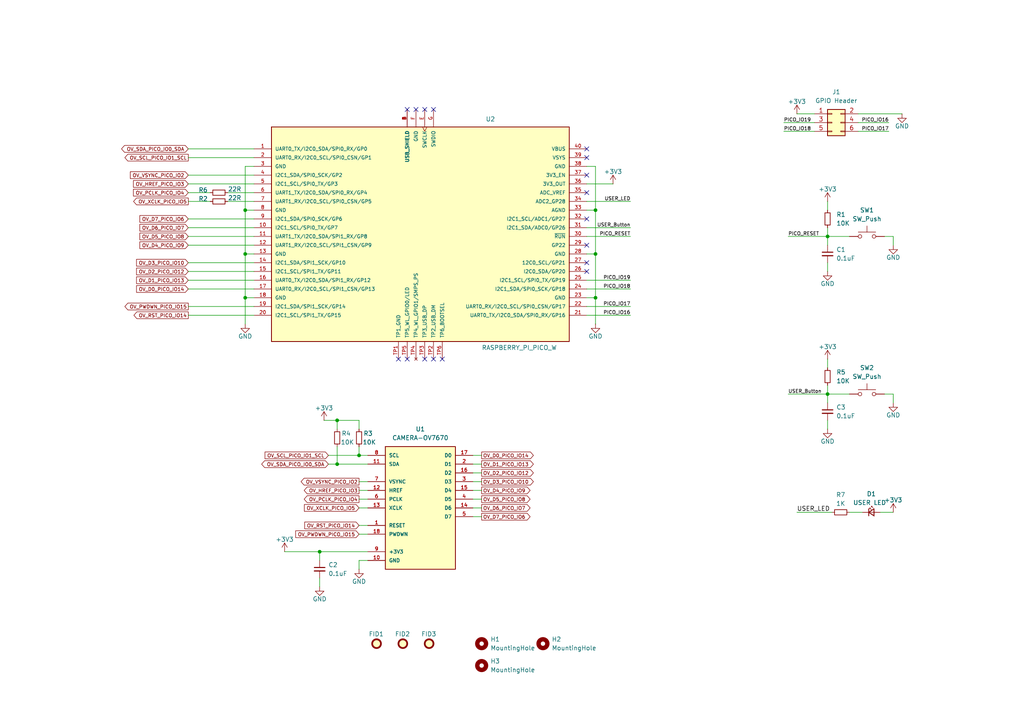
<source format=kicad_sch>
(kicad_sch (version 20231120) (generator "eeschema") (generator_version "8.0")
  (paper "A4")
  (title_block (title "PICO OV7670 Adapter") (date "2025-01-05") (rev "Ver 1.0") (company "Electronut Labs") (comment 1 "Designed by Mahesh Venkitachalam") (comment 2 "Drawn by Sivaprakash"))
  (lib_symbols
    (symbol "Connector_Generic:Conn_02x03_Odd_Even" (pin_names (offset 1.016) hide)
      (property "Reference" "J" (at 1.27 5.08 0))
      (property "Value" "Conn_02x03_Odd_Even" (at 1.27 -5.08 0))
      (symbol "Conn_02x03_Odd_Even_1_1"
        (rectangle (start -1.27 -2.413) (end 0 -2.667) (stroke (width 0.1524)))
        (rectangle (start -1.27 0.127) (end 0 -0.127) (stroke (width 0.1524)))
        (rectangle (start -1.27 2.667) (end 0 2.413) (stroke (width 0.1524)))
        (rectangle (start -1.27 3.81) (end 3.81 -3.81) (stroke (width 0.254)) (fill (type background)))
        (rectangle (start 3.81 -2.413) (end 2.54 -2.667) (stroke (width 0.1524)))
        (rectangle (start 3.81 0.127) (end 2.54 -0.127) (stroke (width 0.1524)))
        (rectangle (start 3.81 2.667) (end 2.54 2.413) (stroke (width 0.1524)))
        (pin passive line (at -5.08 2.54 0) (length 3.81) (name "Pin_1") (number "1"))
        (pin passive line (at 7.62 2.54 180) (length 3.81) (name "Pin_2") (number "2"))
        (pin passive line (at -5.08 0 0) (length 3.81) (name "Pin_3") (number "3"))
        (pin passive line (at 7.62 0 180) (length 3.81) (name "Pin_4") (number "4"))
        (pin passive line (at -5.08 -2.54 0) (length 3.81) (name "Pin_5") (number "5"))
        (pin passive line (at 7.62 -2.54 180) (length 3.81) (name "Pin_6") (number "6"))
      )
    )
    (symbol "Device:C_Small" (pin_numbers hide) (pin_names (offset 0.254) hide)
      (property "Reference" "C" (at 0.254 1.778 0))
      (property "Value" "C_Small" (at 0.254 -2.032 0))
      (symbol "C_Small_0_1"
        (polyline (pts (xy -1.524 -0.508) (xy 1.524 -0.508)) (stroke (width 0.3302)))
        (polyline (pts (xy -1.524 0.508) (xy 1.524 0.508)) (stroke (width 0.3048)))
      )
      (symbol "C_Small_1_1"
        (pin passive line (at 0 2.54 270) (length 2.032) (name "~") (number "1"))
        (pin passive line (at 0 -2.54 90) (length 2.032) (name "~") (number "2"))
      )
    )
    (symbol "Device:LED_Small" (pin_numbers hide) (pin_names (offset 0.254) hide)
      (property "Reference" "D" (at -1.27 3.175 0))
      (property "Value" "LED_Small" (at -4.445 -2.54 0))
      (symbol "LED_Small_0_1"
        (polyline (pts (xy -0.762 -1.016) (xy -0.762 1.016)) (stroke (width 0.254)))
        (polyline (pts (xy 1.016 0) (xy -0.762 0)))
        (polyline (pts (xy 0.762 -1.016) (xy -0.762 0) (xy 0.762 1.016) (xy 0.762 -1.016)) (stroke (width 0.254)))
        (polyline (pts (xy 0 0.762) (xy -0.508 1.27) (xy -0.254 1.27) (xy -0.508 1.27) (xy -0.508 1.016)))
        (polyline (pts (xy 0.508 1.27) (xy 0 1.778) (xy 0.254 1.778) (xy 0 1.778) (xy 0 1.524)))
      )
      (symbol "LED_Small_1_1"
        (pin passive line (at -2.54 0 0) (length 1.778) (name "K") (number "1"))
        (pin passive line (at 2.54 0 180) (length 1.778) (name "A") (number "2"))
      )
    )
    (symbol "Device:R_Small" (pin_numbers hide) (pin_names (offset 0.254) hide)
      (property "Reference" "R" (at 0.762 0.508 0))
      (property "Value" "R_Small" (at 0.762 -1.016 0))
      (symbol "R_Small_0_1"
        (rectangle (start -0.762 1.778) (end 0.762 -1.778) (stroke (width 0.2032)))
      )
      (symbol "R_Small_1_1"
        (pin passive line (at 0 2.54 270) (length 0.762) (name "~") (number "1"))
        (pin passive line (at 0 -2.54 90) (length 0.762) (name "~") (number "2"))
      )
    )
    (symbol "Mechanical:Fiducial" (exclude_from_sim yes) (in_bom no)
      (property "Reference" "FID" (at 0 5.08 0))
      (property "Value" "Fiducial" (at 0 3.175 0))
      (symbol "Fiducial_0_1"
        (circle (center 0 0) (radius 1.27) (stroke (width 0.508)) (fill (type background)))
      )
    )
    (symbol "Mechanical:MountingHole" (pin_names (offset 1.016)) (exclude_from_sim yes) (in_bom no)
      (property "Reference" "H" (at 0 5.08 0))
      (property "Value" "MountingHole" (at 0 3.175 0))
      (symbol "MountingHole_0_1"
        (circle (center 0 0) (radius 1.27) (stroke (width 1.27)))
      )
    )
    (symbol "Switch:SW_Push" (pin_numbers hide) (pin_names (offset 1.016) hide)
      (property "Reference" "SW" (at 1.27 2.54 0))
      (property "Value" "SW_Push" (at 0 -1.524 0))
      (symbol "SW_Push_0_1"
        (circle (center -2.032 0) (radius 0.508))
        (polyline (pts (xy 0 1.27) (xy 0 3.048)))
        (polyline (pts (xy 2.54 1.27) (xy -2.54 1.27)))
        (circle (center 2.032 0) (radius 0.508))
        (pin passive line (at -5.08 0 0) (length 2.54) (name "1") (number "1"))
        (pin passive line (at 5.08 0 180) (length 2.54) (name "2") (number "2"))
      )
    )
    (symbol "pico_ov7670_adapter:CAMERA-OV7670" (pin_names (offset 1.016))
      (property "Reference" "U" (at -10.16 18.542 0))
      (property "Value" "CAMERA-OV7670" (at 0 0 0))
      (symbol "CAMERA-OV7670_0_0"
        (rectangle (start -10.16 -17.78) (end 10.16 17.78) (stroke (width 0.254)) (fill (type background)))
      )
      (symbol "CAMERA-OV7670_1_0"
        (pin bidirectional line (at -15.24 -5.08 0) (length 5.08) (name "RESET") (number "1"))
        (pin bidirectional line (at -15.24 -15.24 0) (length 5.08) (name "GND") (number "10"))
        (pin bidirectional line (at -15.24 12.7 0) (length 5.08) (name "SDA") (number "11"))
        (pin bidirectional line (at -15.24 5.08 0) (length 5.08) (name "HREF") (number "12"))
        (pin bidirectional line (at -15.24 0 0) (length 5.08) (name "XCLK") (number "13"))
        (pin bidirectional line (at 15.24 0 180) (length 5.08) (name "D6") (number "14"))
        (pin bidirectional line (at 15.24 5.08 180) (length 5.08) (name "D4") (number "15"))
        (pin bidirectional line (at 15.24 10.16 180) (length 5.08) (name "D2") (number "16"))
        (pin bidirectional line (at 15.24 15.24 180) (length 5.08) (name "D0") (number "17"))
        (pin bidirectional line (at -15.24 -7.62 0) (length 5.08) (name "PWDWN") (number "18"))
        (pin bidirectional line (at 15.24 12.7 180) (length 5.08) (name "D1") (number "2"))
        (pin bidirectional line (at 15.24 7.62 180) (length 5.08) (name "D3") (number "3"))
        (pin bidirectional line (at 15.24 2.54 180) (length 5.08) (name "D5") (number "4"))
        (pin bidirectional line (at 15.24 -2.54 180) (length 5.08) (name "D7") (number "5"))
        (pin bidirectional line (at -15.24 2.54 0) (length 5.08) (name "PCLK") (number "6"))
        (pin bidirectional line (at -15.24 7.62 0) (length 5.08) (name "VSYNC") (number "7"))
        (pin bidirectional line (at -15.24 15.24 0) (length 5.08) (name "SCL") (number "8"))
        (pin bidirectional line (at -15.24 -12.7 0) (length 5.08) (name "+3V3") (number "9"))
      )
    )
    (symbol "pico_ov7670_adapter:RASPBERRY_PI_PICO_W" (pin_names (offset 1.016))
      (property "Reference" "U" (at -43.18 32.639 0))
      (property "Value" "RASPBERRY_PI_PICO_W" (at 14.478 -33.782 0))
      (symbol "RASPBERRY_PI_PICO_W_0_0"
        (rectangle (start -43.18 31.75) (end 43.18 -30.48) (stroke (width 0.254)) (fill (type background)))
        (pin bidirectional line (at -48.26 25.4 0) (length 5.08) (name "UART0_TX/I2C0_SDA/SPI0_RX/GP0") (number "1"))
        (pin bidirectional line (at -48.26 2.54 0) (length 5.08) (name "I2C1_SCL/SPI0_TX/GP7") (number "10"))
        (pin bidirectional line (at -48.26 0 0) (length 5.08) (name "UART1_TX/I2C0_SDA/SPI1_RX/GP8") (number "11"))
        (pin bidirectional line (at -48.26 -2.54 0) (length 5.08) (name "UART1_RX/I2C0_SCL/SPI1_CSN/GP9") (number "12"))
        (pin power_in line (at -48.26 -5.08 0) (length 5.08) (name "GND") (number "13"))
        (pin bidirectional line (at -48.26 -7.62 0) (length 5.08) (name "I2C1_SDA/SPI1_SCK/GP10") (number "14"))
        (pin bidirectional line (at -48.26 -10.16 0) (length 5.08) (name "I2C1_SCL/SPI1_TX/GP11") (number "15"))
        (pin bidirectional line (at -48.26 -12.7 0) (length 5.08) (name "UART0_TX/I2C0_SDA/SPI1_RX/GP12") (number "16"))
        (pin bidirectional line (at -48.26 -15.24 0) (length 5.08) (name "UART0_RX/I2C0_SCL/SPI1_CSN/GP13") (number "17"))
        (pin power_in line (at -48.26 -17.78 0) (length 5.08) (name "GND") (number "18"))
        (pin bidirectional line (at -48.26 -20.32 0) (length 5.08) (name "I2C1_SDA/SPI1_SCK/GP14") (number "19"))
        (pin bidirectional line (at -48.26 22.86 0) (length 5.08) (name "UART0_RX/I2C0_SCL/SPI0_CSN/GP1") (number "2"))
        (pin bidirectional line (at -48.26 -22.86 0) (length 5.08) (name "I2C1_SCL/SPI1_TX/GP15") (number "20"))
        (pin bidirectional line (at 48.26 -22.86 180) (length 5.08) (name "UART0_TX/I2C0_SDA/SPI0_RX/GP16") (number "21"))
        (pin bidirectional line (at 48.26 -20.32 180) (length 5.08) (name "UART0_RX/I2C0_SCL/SPI0_CSN/GP17") (number "22"))
        (pin power_in line (at 48.26 -17.78 180) (length 5.08) (name "GND") (number "23"))
        (pin bidirectional line (at 48.26 -15.24 180) (length 5.08) (name "I2C1_SDA/SPI0_SCK/GP18") (number "24"))
        (pin bidirectional line (at 48.26 -12.7 180) (length 5.08) (name "I2C1_SCL/SPI0_TX/GP19") (number "25"))
        (pin bidirectional line (at 48.26 -10.16 180) (length 5.08) (name "I2C0_SDA/GP20") (number "26"))
        (pin bidirectional line (at 48.26 -7.62 180) (length 5.08) (name "12C0_SCL/GP21") (number "27"))
        (pin power_in line (at 48.26 -5.08 180) (length 5.08) (name "GND") (number "28"))
        (pin bidirectional line (at 48.26 -2.54 180) (length 5.08) (name "GP22") (number "29"))
        (pin power_in line (at -48.26 20.32 0) (length 5.08) (name "GND") (number "3"))
        (pin input line (at 48.26 0 180) (length 5.08) (name "~{RUN}") (number "30"))
        (pin bidirectional line (at 48.26 2.54 180) (length 5.08) (name "I2C1_SDA/ADC0/GP26") (number "31"))
        (pin bidirectional line (at 48.26 5.08 180) (length 5.08) (name "I2C1_SCL/ADC1/GP27") (number "32"))
        (pin power_in line (at 48.26 7.62 180) (length 5.08) (name "AGND") (number "33"))
        (pin bidirectional line (at 48.26 10.16 180) (length 5.08) (name "ADC2_GP28") (number "34"))
        (pin power_in line (at 48.26 12.7 180) (length 5.08) (name "ADC_VREF") (number "35"))
        (pin power_in line (at 48.26 15.24 180) (length 5.08) (name "3V3_OUT") (number "36"))
        (pin input line (at 48.26 17.78 180) (length 5.08) (name "3V3_EN") (number "37"))
        (pin power_in line (at 48.26 20.32 180) (length 5.08) (name "GND") (number "38"))
        (pin power_in line (at 48.26 22.86 180) (length 5.08) (name "VSYS") (number "39"))
        (pin bidirectional line (at -48.26 17.78 0) (length 5.08) (name "I2C1_SDA/SPI0_SCK/GP2") (number "4"))
        (pin power_in line (at 48.26 25.4 180) (length 5.08) (name "VBUS") (number "40"))
        (pin bidirectional line (at -48.26 15.24 0) (length 5.08) (name "I2C1_SCL/SPI0_TX/GP3") (number "5"))
        (pin bidirectional line (at -48.26 12.7 0) (length 5.08) (name "UART1_TX/I2C0_SDA/SPI0_RX/GP4") (number "6"))
        (pin bidirectional line (at -48.26 10.16 0) (length 5.08) (name "UART1_RX/I2C0_SCL/SPI0_CSN/GP5") (number "7"))
        (pin power_in line (at -48.26 7.62 0) (length 5.08) (name "GND") (number "8"))
        (pin bidirectional line (at -48.26 5.08 0) (length 5.08) (name "I2C1_SDA/SPI0_SCK/GP6") (number "9"))
        (pin power_in line (at -3.81 36.83 270) (length 5.08) (name "USB_SHIELD") (number "A"))
        (pin power_in line (at -3.81 36.83 270) (length 5.08) (name "USB_SHIELD") (number "B"))
        (pin power_in line (at -3.81 36.83 270) (length 5.08) (name "USB_SHIELD") (number "C"))
        (pin power_in line (at -3.81 36.83 270) (length 5.08) (name "USB_SHIELD") (number "D"))
        (pin input clock (at 1.27 36.83 270) (length 5.08) (name "SWCLK") (number "E"))
        (pin power_in line (at -1.27 36.83 270) (length 5.08) (name "GND") (number "F"))
        (pin bidirectional line (at 3.81 36.83 270) (length 5.08) (name "SWDIO") (number "G"))
        (pin power_in line (at -6.35 -35.56 90) (length 5.08) (name "TP1_GND") (number "TP1"))
        (pin bidirectional line (at 3.81 -35.56 90) (length 5.08) (name "TP2_USB_DM") (number "TP2"))
        (pin bidirectional line (at 1.27 -35.56 90) (length 5.08) (name "TP3_USB_DP") (number "TP3"))
        (pin no_connect line (at -1.27 -35.56 90) (length 5.08) (name "TP4_WL_GPIO1/SMPS_PS") (number "TP4"))
        (pin bidirectional line (at -3.81 -35.56 90) (length 5.08) (name "TP5_WL_GPIO0/LED") (number "TP5"))
        (pin input line (at 6.35 -35.56 90) (length 5.08) (name "TP6_BOOTSEL") (number "TP6"))
      )
    )
    (symbol "power:+3V3" (power) (pin_numbers hide) (pin_names (offset 0) hide)
      (property "Value" "+3V3" (at 0 3.556 0))
      (symbol "+3V3_0_1"
        (polyline (pts (xy -0.762 1.27) (xy 0 2.54)))
        (polyline (pts (xy 0 0) (xy 0 2.54)))
        (polyline (pts (xy 0 2.54) (xy 0.762 1.27)))
      )
      (symbol "+3V3_1_1"
        (pin power_in line (at 0 0 90) (length 0) (name "~") (number "1"))
      )
    )
    (symbol "power:GND" (power) (pin_numbers hide) (pin_names (offset 0) hide)
      (property "Value" "GND" (at 0 -3.81 0))
      (symbol "GND_0_1"
        (polyline (pts (xy 0 0) (xy 0 -1.27) (xy 1.27 -1.27) (xy 0 -2.54) (xy -1.27 -1.27) (xy 0 -1.27)))
      )
      (symbol "GND_1_1"
        (pin power_in line (at 0 0 270) (length 0) (name "~") (number "1"))
      )
    )
  )
  (junction (at 97.79 121.92))
  (junction (at 71.12 86.36))
  (junction (at 240.03 114.3))
  (junction (at 172.72 60.96))
  (junction (at 172.72 86.36))
  (junction (at 71.12 73.66))
  (junction (at 172.72 73.66))
  (junction (at 71.12 60.96))
  (junction (at 92.71 160.02))
  (junction (at 240.03 68.58))
  (junction (at 97.79 134.62))
  (junction (at 104.14 132.08))
  (no_connect (at 170.18 55.88))
  (no_connect (at 125.73 104.14))
  (no_connect (at 170.18 43.18))
  (no_connect (at 170.18 45.72))
  (no_connect (at 170.18 76.2))
  (no_connect (at 115.57 104.14))
  (no_connect (at 123.19 104.14))
  (no_connect (at 125.73 31.75))
  (no_connect (at 128.27 104.14))
  (no_connect (at 170.18 78.74))
  (no_connect (at 170.18 50.8))
  (no_connect (at 170.18 63.5))
  (no_connect (at 120.65 31.75))
  (no_connect (at 123.19 31.75))
  (no_connect (at 170.18 71.12))
  (no_connect (at 118.11 104.14))
  (no_connect (at 118.11 31.75))
  (wire (pts (xy 137.16 134.62) (xy 139.7 134.62)))
  (wire (pts (xy 248.92 35.56) (xy 257.81 35.56)))
  (wire (pts (xy 170.18 86.36) (xy 172.72 86.36)))
  (wire (pts (xy 240.03 76.2) (xy 240.03 78.74)))
  (wire (pts (xy 104.14 129.54) (xy 104.14 132.08)))
  (wire (pts (xy 248.92 33.02) (xy 261.62 33.02)))
  (wire (pts (xy 95.25 134.62) (xy 97.79 134.62)))
  (wire (pts (xy 170.18 91.44) (xy 182.88 91.44)))
  (wire (pts (xy 71.12 60.96) (xy 73.66 60.96)))
  (wire (pts (xy 248.92 38.1) (xy 257.81 38.1)))
  (wire (pts (xy 92.71 160.02) (xy 106.68 160.02)))
  (wire (pts (xy 71.12 60.96) (xy 71.12 73.66)))
  (wire (pts (xy 97.79 134.62) (xy 106.68 134.62)))
  (wire (pts (xy 170.18 68.58) (xy 182.88 68.58)))
  (wire (pts (xy 106.68 162.56) (xy 104.14 162.56)))
  (wire (pts (xy 104.14 142.24) (xy 106.68 142.24)))
  (wire (pts (xy 95.25 132.08) (xy 104.14 132.08)))
  (wire (pts (xy 54.61 76.2) (xy 73.66 76.2)))
  (wire (pts (xy 97.79 129.54) (xy 97.79 134.62)))
  (wire (pts (xy 54.61 91.44) (xy 73.66 91.44)))
  (wire (pts (xy 256.54 68.58) (xy 259.08 68.58)))
  (wire (pts (xy 93.98 121.92) (xy 97.79 121.92)))
  (wire (pts (xy 240.03 68.58) (xy 246.38 68.58)))
  (wire (pts (xy 137.16 132.08) (xy 139.7 132.08)))
  (wire (pts (xy 104.14 144.78) (xy 106.68 144.78)))
  (wire (pts (xy 71.12 73.66) (xy 73.66 73.66)))
  (wire (pts (xy 259.08 68.58) (xy 259.08 71.12)))
  (wire (pts (xy 228.6 114.3) (xy 240.03 114.3)))
  (wire (pts (xy 172.72 73.66) (xy 172.72 86.36)))
  (wire (pts (xy 104.14 154.94) (xy 106.68 154.94)))
  (wire (pts (xy 54.61 58.42) (xy 60.96 58.42)))
  (wire (pts (xy 54.61 53.34) (xy 73.66 53.34)))
  (wire (pts (xy 170.18 48.26) (xy 172.72 48.26)))
  (wire (pts (xy 73.66 48.26) (xy 71.12 48.26)))
  (wire (pts (xy 137.16 137.16) (xy 139.7 137.16)))
  (wire (pts (xy 66.04 58.42) (xy 73.66 58.42)))
  (wire (pts (xy 240.03 114.3) (xy 240.03 116.84)))
  (wire (pts (xy 54.61 55.88) (xy 60.96 55.88)))
  (wire (pts (xy 104.14 132.08) (xy 106.68 132.08)))
  (wire (pts (xy 170.18 81.28) (xy 182.88 81.28)))
  (wire (pts (xy 137.16 147.32) (xy 139.7 147.32)))
  (wire (pts (xy 92.71 167.64) (xy 92.71 170.18)))
  (wire (pts (xy 170.18 60.96) (xy 172.72 60.96)))
  (wire (pts (xy 66.04 55.88) (xy 73.66 55.88)))
  (wire (pts (xy 240.03 66.04) (xy 240.03 68.58)))
  (wire (pts (xy 54.61 45.72) (xy 73.66 45.72)))
  (wire (pts (xy 71.12 86.36) (xy 71.12 93.98)))
  (wire (pts (xy 240.03 104.14) (xy 240.03 106.68)))
  (wire (pts (xy 256.54 114.3) (xy 259.08 114.3)))
  (wire (pts (xy 54.61 68.58) (xy 73.66 68.58)))
  (wire (pts (xy 137.16 142.24) (xy 139.7 142.24)))
  (wire (pts (xy 227.33 38.1) (xy 236.22 38.1)))
  (wire (pts (xy 137.16 149.86) (xy 139.7 149.86)))
  (wire (pts (xy 54.61 63.5) (xy 73.66 63.5)))
  (wire (pts (xy 82.55 160.02) (xy 92.71 160.02)))
  (wire (pts (xy 227.33 35.56) (xy 236.22 35.56)))
  (wire (pts (xy 240.03 68.58) (xy 240.03 71.12)))
  (wire (pts (xy 228.6 68.58) (xy 240.03 68.58)))
  (wire (pts (xy 54.61 78.74) (xy 73.66 78.74)))
  (wire (pts (xy 97.79 121.92) (xy 104.14 121.92)))
  (wire (pts (xy 240.03 114.3) (xy 246.38 114.3)))
  (wire (pts (xy 104.14 121.92) (xy 104.14 124.46)))
  (wire (pts (xy 246.38 148.59) (xy 250.19 148.59)))
  (wire (pts (xy 170.18 73.66) (xy 172.72 73.66)))
  (wire (pts (xy 172.72 48.26) (xy 172.72 60.96)))
  (wire (pts (xy 172.72 60.96) (xy 172.72 73.66)))
  (wire (pts (xy 54.61 83.82) (xy 73.66 83.82)))
  (wire (pts (xy 172.72 86.36) (xy 172.72 93.98)))
  (wire (pts (xy 240.03 111.76) (xy 240.03 114.3)))
  (wire (pts (xy 137.16 144.78) (xy 139.7 144.78)))
  (wire (pts (xy 71.12 48.26) (xy 71.12 60.96)))
  (wire (pts (xy 240.03 58.42) (xy 240.03 60.96)))
  (wire (pts (xy 71.12 86.36) (xy 73.66 86.36)))
  (wire (pts (xy 170.18 88.9) (xy 182.88 88.9)))
  (wire (pts (xy 104.14 139.7) (xy 106.68 139.7)))
  (wire (pts (xy 137.16 139.7) (xy 139.7 139.7)))
  (wire (pts (xy 54.61 43.18) (xy 73.66 43.18)))
  (wire (pts (xy 92.71 160.02) (xy 92.71 162.56)))
  (wire (pts (xy 71.12 73.66) (xy 71.12 86.36)))
  (wire (pts (xy 54.61 81.28) (xy 73.66 81.28)))
  (wire (pts (xy 97.79 121.92) (xy 97.79 124.46)))
  (wire (pts (xy 170.18 53.34) (xy 177.8 53.34)))
  (wire (pts (xy 104.14 162.56) (xy 104.14 165.1)))
  (wire (pts (xy 240.03 121.92) (xy 240.03 124.46)))
  (wire (pts (xy 54.61 66.04) (xy 73.66 66.04)))
  (wire (pts (xy 259.08 114.3) (xy 259.08 116.84)))
  (wire (pts (xy 104.14 147.32) (xy 106.68 147.32)))
  (wire (pts (xy 54.61 88.9) (xy 73.66 88.9)))
  (wire (pts (xy 54.61 50.8) (xy 73.66 50.8)))
  (wire (pts (xy 170.18 66.04) (xy 182.88 66.04)))
  (wire (pts (xy 231.14 33.02) (xy 236.22 33.02)))
  (wire (pts (xy 170.18 83.82) (xy 182.88 83.82)))
  (wire (pts (xy 104.14 152.4) (xy 106.68 152.4)))
  (wire (pts (xy 231.14 148.59) (xy 241.3 148.59)))
  (wire (pts (xy 54.61 71.12) (xy 73.66 71.12)))
  (wire (pts (xy 259.08 148.59) (xy 255.27 148.59)))
  (wire (pts (xy 170.18 58.42) (xy 182.88 58.42)))
  (label "PICO_RESET" (at 182.88 68.58 180) (effects (font (size 1 1))))
  (label "PICO_IO18" (at 227.33 38.1 0) (effects (font (size 1 1))))
  (label "PICO_IO17" (at 182.88 88.9 180) (effects (font (size 1 1))))
  (label "PICO_IO19" (at 182.88 81.28 180) (effects (font (size 1 1))))
  (label "PICO_IO17" (at 257.81 38.1 180) (effects (font (size 1 1))))
  (label "PICO_IO16" (at 257.81 35.56 180) (effects (font (size 1 1))))
  (label "PICO_IO18" (at 182.88 83.82 180) (effects (font (size 1 1))))
  (label "USER_LED" (at 182.88 58.42 180) (effects (font (size 1 1))))
  (label "PICO_RESET" (at 228.6 68.58 0) (effects (font (size 1 1))))
  (label "USER_Button" (at 182.88 66.04 180) (effects (font (size 1 1))))
  (label "USER_Button" (at 228.6 114.3 0) (effects (font (size 1 1))))
  (label "USER_LED" (at 231.14 148.59 0))
  (label "PICO_IO19" (at 227.33 35.56 0) (effects (font (size 1 1))))
  (label "PICO_IO16" (at 182.88 91.44 180) (effects (font (size 1 1))))
  (global_label "OV_SDA_PICO_IO0_SDA" (shape bidirectional) (at 54.61 43.18 180) (effects (font (size 1 1))) (property "Intersheetrefs" "${INTERSHEET_REFS}" (effects (hide yes))))
  (global_label "OV_XCLK_PICO_IO5" (shape input) (at 104.14 147.32 180) (effects (font (size 1 1))) (property "Intersheetrefs" "${INTERSHEET_REFS}" (effects (hide yes))))
  (global_label "OV_D3_PICO_IO10" (shape input) (at 54.61 76.2 180) (effects (font (size 1 1))) (property "Intersheetrefs" "${INTERSHEET_REFS}" (effects (hide yes))))
  (global_label "OV_D6_PICO_IO7" (shape output) (at 139.7 147.32 0) (effects (font (size 1 1))) (property "Intersheetrefs" "${INTERSHEET_REFS}" (effects (hide yes))))
  (global_label "OV_D1_PICO_IO13" (shape input) (at 54.61 81.28 180) (effects (font (size 1 1))) (property "Intersheetrefs" "${INTERSHEET_REFS}" (effects (hide yes))))
  (global_label "OV_SDA_PICO_IO0_SDA" (shape bidirectional) (at 95.25 134.62 180) (effects (font (size 1 1))) (property "Intersheetrefs" "${INTERSHEET_REFS}" (effects (hide yes))))
  (global_label "OV_HREF_PICO_IO3" (shape output) (at 104.14 142.24 180) (effects (font (size 1 1))) (property "Intersheetrefs" "${INTERSHEET_REFS}" (effects (hide yes))))
  (global_label "OV_HREF_PICO_IO3" (shape input) (at 54.61 53.34 180) (effects (font (size 1 1))) (property "Intersheetrefs" "${INTERSHEET_REFS}" (effects (hide yes))))
  (global_label "OV_SCL_PICO_IO1_SCL" (shape output) (at 54.61 45.72 180) (effects (font (size 1 1))) (property "Intersheetrefs" "${INTERSHEET_REFS}" (effects (hide yes))))
  (global_label "OV_XCLK_PICO_IO5" (shape output) (at 54.61 58.42 180) (effects (font (size 1 1))) (property "Intersheetrefs" "${INTERSHEET_REFS}" (effects (hide yes))))
  (global_label "OV_PWDWN_PICO_IO15" (shape output) (at 54.61 88.9 180) (effects (font (size 1 1))) (property "Intersheetrefs" "${INTERSHEET_REFS}" (effects (hide yes))))
  (global_label "OV_D6_PICO_IO7" (shape input) (at 54.61 66.04 180) (effects (font (size 1 1))) (property "Intersheetrefs" "${INTERSHEET_REFS}" (effects (hide yes))))
  (global_label "OV_D0_PICO_IO14" (shape input) (at 54.61 83.82 180) (effects (font (size 1 1))) (property "Intersheetrefs" "${INTERSHEET_REFS}" (effects (hide yes))))
  (global_label "OV_VSYNC_PICO_IO2" (shape output) (at 104.14 139.7 180) (effects (font (size 1 1))) (property "Intersheetrefs" "${INTERSHEET_REFS}" (effects (hide yes))))
  (global_label "OV_D4_PICO_IO9" (shape output) (at 139.7 142.24 0) (effects (font (size 1 1))) (property "Intersheetrefs" "${INTERSHEET_REFS}" (effects (hide yes))))
  (global_label "OV_D3_PICO_IO10" (shape output) (at 139.7 139.7 0) (effects (font (size 1 1))) (property "Intersheetrefs" "${INTERSHEET_REFS}" (effects (hide yes))))
  (global_label "OV_D1_PICO_IO13" (shape output) (at 139.7 134.62 0) (effects (font (size 1 1))) (property "Intersheetrefs" "${INTERSHEET_REFS}" (effects (hide yes))))
  (global_label "OV_D5_PICO_IO8" (shape input) (at 54.61 68.58 180) (effects (font (size 1 1))) (property "Intersheetrefs" "${INTERSHEET_REFS}" (effects (hide yes))))
  (global_label "OV_SCL_PICO_IO1_SCL" (shape input) (at 95.25 132.08 180) (effects (font (size 1 1))) (property "Intersheetrefs" "${INTERSHEET_REFS}" (effects (hide yes))))
  (global_label "OV_D5_PICO_IO8" (shape output) (at 139.7 144.78 0) (effects (font (size 1 1))) (property "Intersheetrefs" "${INTERSHEET_REFS}" (effects (hide yes))))
  (global_label "OV_RST_PICO_IO14" (shape input) (at 104.14 152.4 180) (effects (font (size 1 1))) (property "Intersheetrefs" "${INTERSHEET_REFS}" (effects (hide yes))))
  (global_label "OV_PWDWN_PICO_IO15" (shape input) (at 104.14 154.94 180) (effects (font (size 1 1))) (property "Intersheetrefs" "${INTERSHEET_REFS}" (effects (hide yes))))
  (global_label "OV_D7_PICO_IO6" (shape input) (at 54.61 63.5 180) (effects (font (size 1 1))) (property "Intersheetrefs" "${INTERSHEET_REFS}" (effects (hide yes))))
  (global_label "OV_D2_PICO_IO12" (shape input) (at 54.61 78.74 180) (effects (font (size 1 1))) (property "Intersheetrefs" "${INTERSHEET_REFS}" (effects (hide yes))))
  (global_label "OV_D2_PICO_IO12" (shape output) (at 139.7 137.16 0) (effects (font (size 1 1))) (property "Intersheetrefs" "${INTERSHEET_REFS}" (effects (hide yes))))
  (global_label "OV_VSYNC_PICO_IO2" (shape input) (at 54.61 50.8 180) (effects (font (size 1 1))) (property "Intersheetrefs" "${INTERSHEET_REFS}" (effects (hide yes))))
  (global_label "OV_D7_PICO_IO6" (shape output) (at 139.7 149.86 0) (effects (font (size 1 1))) (property "Intersheetrefs" "${INTERSHEET_REFS}" (effects (hide yes))))
  (global_label "OV_D0_PICO_IO14" (shape output) (at 139.7 132.08 0) (effects (font (size 1 1))) (property "Intersheetrefs" "${INTERSHEET_REFS}" (effects (hide yes))))
  (global_label "OV_PCLK_PICO_IO4" (shape output) (at 104.14 144.78 180) (effects (font (size 1 1))) (property "Intersheetrefs" "${INTERSHEET_REFS}" (effects (hide yes))))
  (global_label "OV_RST_PICO_IO14" (shape output) (at 54.61 91.44 180) (effects (font (size 1 1))) (property "Intersheetrefs" "${INTERSHEET_REFS}" (effects (hide yes))))
  (global_label "OV_PCLK_PICO_IO4" (shape input) (at 54.61 55.88 180) (effects (font (size 1 1))) (property "Intersheetrefs" "${INTERSHEET_REFS}" (effects (hide yes))))
  (global_label "OV_D4_PICO_IO9" (shape input) (at 54.61 71.12 180) (effects (font (size 1 1))) (property "Intersheetrefs" "${INTERSHEET_REFS}" (effects (hide yes))))
  (symbol (lib_id "Mechanical:MountingHole") (at 139.7 186.69 0) (unit 1) (exclude_from_sim yes) (in_bom no)
    (property "Reference" "H1" (at 142.24 185.4199 0) (effects (justify left)))
    (property "Value" "MountingHole" (at 142.24 187.9599 0) (effects (justify left)))
    (property "Footprint" "MountingHole:MountingHole_3.2mm_M3_DIN965" (effects (hide yes)))
    (property "Description" "Mounting Hole without connection" (effects (hide yes)))
  )
  (symbol (lib_id "pico_ov7670_adapter:CAMERA-OV7670") (at 121.92 147.32 0) (unit 1)
    (property "Reference" "U1" (at 121.92 124.46 0))
    (property "Value" "CAMERA-OV7670" (at 121.92 127 0))
    (property "Footprint" "pico_ov7670_adapter:CAMERA-OV7670-DIP" (effects (hide yes)))
    (property "MF" "Olimex Ltd." (effects (hide yes)))
    (property "Description_1" "\n                        \n                            OV7670 Camera Sensor Platform Evaluation Expansion Board\n                        \n" (effects (hide yes)))
    (property "Package" "None" (effects (hide yes)))
    (property "Price" "None" (effects (hide yes)))
    (property "SnapEDA_Link" "https://www.snapeda.com/parts/CAMERA-OV7670/Olimex/view-part/?ref=snap" (effects (hide yes)))
    (property "MP" "CAMERA-OV7670" (effects (hide yes)))
    (property "Availability" "In Stock" (effects (hide yes)))
    (property "Check_prices" "https://www.snapeda.com/parts/CAMERA-OV7670/Olimex/view-part/?ref=eda" (effects (hide yes)))
  )
  (symbol (lib_id "Device:R_Small") (at 104.14 127 0) (unit 1)
    (property "Reference" "R3" (at 105.41 125.73 0) (effects (justify left)))
    (property "Value" "10K" (at 105.156 128.27 0) (effects (justify left)))
    (property "Footprint" "Resistor_SMD:R_0603_1608Metric" (effects (hide yes)))
    (property "Description" "Resistor, small symbol" (effects (hide yes)))
  )
  (symbol (lib_id "power:+3V3") (at 240.03 104.14 0) (unit 1)
    (property "Reference" "#PWR013" (effects (hide yes)))
    (property "Value" "+3V3" (at 240.03 100.584 0))
    (property "Description" "Power symbol creates a global label with name \"+3V3\"" (effects (hide yes)))
  )
  (symbol (lib_id "Mechanical:MountingHole") (at 139.7 193.04 0) (unit 1) (exclude_from_sim yes) (in_bom no)
    (property "Reference" "H3" (at 142.24 191.7699 0) (effects (justify left)))
    (property "Value" "MountingHole" (at 142.24 194.3099 0) (effects (justify left)))
    (property "Footprint" "MountingHole:MountingHole_3.2mm_M3_DIN965" (effects (hide yes)))
    (property "Description" "Mounting Hole without connection" (effects (hide yes)))
  )
  (symbol (lib_id "power:+3V3") (at 177.8 53.34 0) (unit 1)
    (property "Reference" "#PWR02" (effects (hide yes)))
    (property "Value" "+3V3" (at 177.8 49.784 0))
    (property "Description" "Power symbol creates a global label with name \"+3V3\"" (effects (hide yes)))
  )
  (symbol (lib_id "power:GND") (at 240.03 78.74 0) (unit 1)
    (property "Reference" "#PWR06" (effects (hide yes)))
    (property "Value" "GND" (at 240.03 82.296 0))
    (property "Description" "Power symbol creates a global label with name \"GND\" , ground" (effects (hide yes)))
  )
  (symbol (lib_id "Device:R_Small") (at 243.84 148.59 270) (unit 1)
    (property "Reference" "R7" (at 243.84 143.51 90))
    (property "Value" "1K" (at 243.84 146.05 90))
    (property "Footprint" "Resistor_SMD:R_0603_1608Metric" (effects (hide yes)))
    (property "Description" "Resistor, small symbol" (effects (hide yes)))
  )
  (symbol (lib_id "power:+3V3") (at 93.98 121.92 0) (unit 1)
    (property "Reference" "#PWR012" (effects (hide yes)))
    (property "Value" "+3V3" (at 93.98 118.364 0))
    (property "Description" "Power symbol creates a global label with name \"+3V3\"" (effects (hide yes)))
  )
  (symbol (lib_id "Device:C_Small") (at 240.03 119.38 0) (unit 1)
    (property "Reference" "C3" (at 242.57 118.1162 0) (effects (justify left)))
    (property "Value" "0.1uF" (at 242.57 120.6562 0) (effects (justify left)))
    (property "Footprint" "Capacitor_SMD:C_0603_1608Metric" (effects (hide yes)))
    (property "Description" "Unpolarized capacitor, small symbol" (effects (hide yes)))
  )
  (symbol (lib_id "Device:LED_Small") (at 252.73 148.59 0) (unit 1)
    (property "Reference" "D1" (at 252.73 143.256 0))
    (property "Value" "USER LED" (at 252.222 145.796 0))
    (property "Footprint" "LED_SMD:LED_0603_1608Metric" (effects (hide yes)))
    (property "Description" "Light emitting diode, small symbol" (effects (hide yes)))
  )
  (symbol (lib_id "power:GND") (at 104.14 165.1 0) (unit 1)
    (property "Reference" "#PWR04" (effects (hide yes)))
    (property "Value" "GND" (at 104.14 168.656 0))
    (property "Description" "Power symbol creates a global label with name \"GND\" , ground" (effects (hide yes)))
  )
  (symbol (lib_id "Device:C_Small") (at 92.71 165.1 0) (unit 1)
    (property "Reference" "C2" (at 95.25 163.8362 0) (effects (justify left)))
    (property "Value" "0.1uF" (at 95.25 166.3762 0) (effects (justify left)))
    (property "Footprint" "Capacitor_SMD:C_0603_1608Metric" (effects (hide yes)))
    (property "Description" "Unpolarized capacitor, small symbol" (effects (hide yes)))
  )
  (symbol (lib_id "power:GND") (at 259.08 116.84 0) (unit 1)
    (property "Reference" "#PWR015" (effects (hide yes)))
    (property "Value" "GND" (at 259.08 120.396 0))
    (property "Description" "Power symbol creates a global label with name \"GND\" , ground" (effects (hide yes)))
  )
  (symbol (lib_id "power:+3V3") (at 82.55 160.02 0) (unit 1)
    (property "Reference" "#PWR05" (effects (hide yes)))
    (property "Value" "+3V3" (at 82.55 156.464 0))
    (property "Description" "Power symbol creates a global label with name \"+3V3\"" (effects (hide yes)))
  )
  (symbol (lib_id "Connector_Generic:Conn_02x03_Odd_Even") (at 241.3 35.56 0) (unit 1)
    (property "Reference" "J1" (at 242.57 26.67 0))
    (property "Value" "GPIO Header" (at 242.57 29.21 0))
    (property "Footprint" "Connector_PinHeader_2.54mm:PinHeader_2x03_P2.54mm_Vertical" (effects (hide yes)))
    (property "Description" "Generic connector, double row, 02x03, odd/even pin numbering scheme (row 1 odd numbers, row 2 even numbers), script generated (kicad-library-utils/schlib/autogen/connector/)" (effects (hide yes)))
  )
  (symbol (lib_id "Mechanical:Fiducial") (at 124.46 186.69 0) (unit 1) (exclude_from_sim yes) (in_bom no)
    (property "Reference" "FID3" (at 122.174 183.896 0) (effects (justify left)))
    (property "Value" "Fiducial" (effects (hide yes)))
    (property "Footprint" "Fiducial:Fiducial_0.5mm_Mask1mm" (effects (hide yes)))
    (property "Description" "Fiducial Marker" (effects (hide yes)))
  )
  (symbol (lib_id "Device:R_Small") (at 240.03 109.22 0) (unit 1)
    (property "Reference" "R5" (at 242.57 107.9499 0) (effects (justify left)))
    (property "Value" "10K" (at 242.57 110.4899 0) (effects (justify left)))
    (property "Footprint" "Resistor_SMD:R_0603_1608Metric" (effects (hide yes)))
    (property "Description" "Resistor, small symbol" (effects (hide yes)))
  )
  (symbol (lib_id "power:+3V3") (at 240.03 58.42 0) (unit 1)
    (property "Reference" "#PWR08" (effects (hide yes)))
    (property "Value" "+3V3" (at 240.03 54.864 0))
    (property "Description" "Power symbol creates a global label with name \"+3V3\"" (effects (hide yes)))
  )
  (symbol (lib_id "Mechanical:MountingHole") (at 157.48 186.69 0) (unit 1) (exclude_from_sim yes) (in_bom no)
    (property "Reference" "H2" (at 160.02 185.4199 0) (effects (justify left)))
    (property "Value" "MountingHole" (at 160.02 187.9599 0) (effects (justify left)))
    (property "Footprint" "MountingHole:MountingHole_3.2mm_M3_DIN965" (effects (hide yes)))
    (property "Description" "Mounting Hole without connection" (effects (hide yes)))
  )
  (symbol (lib_id "Switch:SW_Push") (at 251.46 68.58 0) (unit 1)
    (property "Reference" "SW1" (at 251.46 60.96 0))
    (property "Value" "SW_Push" (at 251.46 63.5 0))
    (property "Footprint" "Button_Switch_SMD:SW_SPST_PTS810" (effects (hide yes)))
    (property "Description" "Push button switch, generic, two pins" (effects (hide yes)))
  )
  (symbol (lib_id "Device:R_Small") (at 63.5 58.42 90) (unit 1)
    (property "Reference" "R2" (at 58.928 57.658 90))
    (property "Value" "22R" (at 68.072 57.404 90))
    (property "Footprint" "Resistor_SMD:R_0603_1608Metric" (effects (hide yes)))
    (property "Description" "Resistor, small symbol" (effects (hide yes)))
  )
  (symbol (lib_id "Mechanical:Fiducial") (at 116.84 186.69 0) (unit 1) (exclude_from_sim yes) (in_bom no)
    (property "Reference" "FID2" (at 114.554 183.896 0) (effects (justify left)))
    (property "Value" "Fiducial" (effects (hide yes)))
    (property "Footprint" "Fiducial:Fiducial_0.5mm_Mask1mm" (effects (hide yes)))
    (property "Description" "Fiducial Marker" (effects (hide yes)))
  )
  (symbol (lib_id "Switch:SW_Push") (at 251.46 114.3 0) (unit 1)
    (property "Reference" "SW2" (at 251.46 106.68 0))
    (property "Value" "SW_Push" (at 251.46 109.22 0))
    (property "Footprint" "Button_Switch_SMD:SW_SPST_PTS810" (effects (hide yes)))
    (property "Description" "Push button switch, generic, two pins" (effects (hide yes)))
  )
  (symbol (lib_id "power:+3V3") (at 259.08 148.59 0) (unit 1)
    (property "Reference" "#PWR017" (effects (hide yes)))
    (property "Value" "+3V3" (at 259.08 145.034 0))
    (property "Description" "Power symbol creates a global label with name \"+3V3\"" (effects (hide yes)))
  )
  (symbol (lib_id "power:+3V3") (at 231.14 33.02 0) (unit 1)
    (property "Reference" "#PWR010" (effects (hide yes)))
    (property "Value" "+3V3" (at 231.14 29.464 0))
    (property "Description" "Power symbol creates a global label with name \"+3V3\"" (effects (hide yes)))
  )
  (symbol (lib_id "Device:R_Small") (at 63.5 55.88 90) (unit 1)
    (property "Reference" "R6" (at 58.928 55.118 90))
    (property "Value" "22R" (at 68.072 54.864 90))
    (property "Footprint" "Resistor_SMD:R_0603_1608Metric" (effects (hide yes)))
    (property "Description" "Resistor, small symbol" (effects (hide yes)))
  )
  (symbol (lib_id "Device:R_Small") (at 240.03 63.5 0) (unit 1)
    (property "Reference" "R1" (at 242.57 62.2299 0) (effects (justify left)))
    (property "Value" "10K" (at 242.57 64.7699 0) (effects (justify left)))
    (property "Footprint" "Resistor_SMD:R_0603_1608Metric" (effects (hide yes)))
    (property "Description" "Resistor, small symbol" (effects (hide yes)))
  )
  (symbol (lib_id "Device:C_Small") (at 240.03 73.66 0) (unit 1)
    (property "Reference" "C1" (at 242.57 72.3962 0) (effects (justify left)))
    (property "Value" "0.1uF" (at 242.57 74.9362 0) (effects (justify left)))
    (property "Footprint" "Capacitor_SMD:C_0603_1608Metric" (effects (hide yes)))
    (property "Description" "Unpolarized capacitor, small symbol" (effects (hide yes)))
  )
  (symbol (lib_id "power:GND") (at 172.72 93.98 0) (unit 1)
    (property "Reference" "#PWR03" (effects (hide yes)))
    (property "Value" "GND" (at 172.72 97.536 0))
    (property "Description" "Power symbol creates a global label with name \"GND\" , ground" (effects (hide yes)))
  )
  (symbol (lib_id "pico_ov7670_adapter:RASPBERRY_PI_PICO_W") (at 121.92 68.58 0) (unit 1)
    (property "Reference" "U2" (at 142.24 34.544 0))
    (property "Value" "RASPBERRY_PI_PICO_W" (at 150.622 100.838 0))
    (property "Footprint" "pico_ov7670_adapter:RASPBERRY_PI_PICO_W" (effects (hide yes)))
    (property "MF" "Raspberry Pi" (effects (hide yes)))
    (property "Description_1" "\n                        \n                            Raspberry Pi Board, Arm Cortex-M0+; Silicon Manufacturer:Raspberry Pi; No. Of Bits:32Bit; Silicon Family Name:-; Core Architecture:Arm; Core Sub-Architecture:Cortex-M0+; Silicon Core Number:Rp2040; Product Range:Raspberry Pi Pico Rohs Compliant: Yes |Raspberry-Pi RASPBERRY PI PICO W\n                        \n" (effects (hide yes)))
    (property "Package" "None" (effects (hide yes)))
    (property "Price" "None" (effects (hide yes)))
    (property "Check_prices" "https://www.snapeda.com/parts/RASPBERRY%20PI%20PICO%20W/Raspberry+Pi/view-part/?ref=eda" (effects (hide yes)))
    (property "STANDARD" "Manufacturer Recommendations" (effects (hide yes)))
    (property "PARTREV" "2.4" (effects (hide yes)))
    (property "SnapEDA_Link" "https://www.snapeda.com/parts/RASPBERRY%20PI%20PICO%20W/Raspberry+Pi/view-part/?ref=snap" (effects (hide yes)))
    (property "MP" "RASPBERRY PI PICO W" (effects (hide yes)))
    (property "Availability" "Not in stock" (effects (hide yes)))
    (property "MANUFACTURER" "Raspberry Pi" (effects (hide yes)))
  )
  (symbol (lib_id "Mechanical:Fiducial") (at 109.22 186.69 0) (unit 1) (exclude_from_sim yes) (in_bom no)
    (property "Reference" "FID1" (at 106.934 183.896 0) (effects (justify left)))
    (property "Value" "Fiducial" (effects (hide yes)))
    (property "Footprint" "Fiducial:Fiducial_0.5mm_Mask1mm" (effects (hide yes)))
    (property "Description" "Fiducial Marker" (effects (hide yes)))
  )
  (symbol (lib_id "Device:R_Small") (at 97.79 127 0) (unit 1)
    (property "Reference" "R4" (at 99.06 125.73 0) (effects (justify left)))
    (property "Value" "10K" (at 98.806 128.27 0) (effects (justify left)))
    (property "Footprint" "Resistor_SMD:R_0603_1608Metric" (effects (hide yes)))
    (property "Description" "Resistor, small symbol" (effects (hide yes)))
  )
  (symbol (lib_id "power:GND") (at 92.71 170.18 0) (unit 1)
    (property "Reference" "#PWR07" (effects (hide yes)))
    (property "Value" "GND" (at 92.71 173.736 0))
    (property "Description" "Power symbol creates a global label with name \"GND\" , ground" (effects (hide yes)))
  )
  (symbol (lib_id "power:GND") (at 259.08 71.12 0) (unit 1)
    (property "Reference" "#PWR09" (effects (hide yes)))
    (property "Value" "GND" (at 259.08 74.676 0))
    (property "Description" "Power symbol creates a global label with name \"GND\" , ground" (effects (hide yes)))
  )
  (symbol (lib_id "power:GND") (at 71.12 93.98 0) (unit 1)
    (property "Reference" "#PWR01" (effects (hide yes)))
    (property "Value" "GND" (at 71.12 97.536 0))
    (property "Description" "Power symbol creates a global label with name \"GND\" , ground" (effects (hide yes)))
  )
  (symbol (lib_id "power:GND") (at 240.03 124.46 0) (unit 1)
    (property "Reference" "#PWR014" (effects (hide yes)))
    (property "Value" "GND" (at 240.03 128.016 0))
    (property "Description" "Power symbol creates a global label with name \"GND\" , ground" (effects (hide yes)))
  )
  (symbol (lib_id "power:GND") (at 261.62 33.02 0) (unit 1)
    (property "Reference" "#PWR011" (effects (hide yes)))
    (property "Value" "GND" (at 261.62 36.576 0))
    (property "Description" "Power symbol creates a global label with name \"GND\" , ground" (effects (hide yes)))
  )
)
</source>
